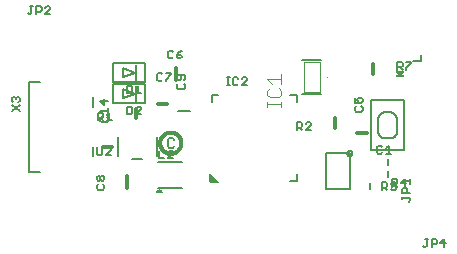
<source format=gbr>
G04 EAGLE Gerber RS-274X export*
G75*
%MOMM*%
%FSLAX34Y34*%
%LPD*%
%INSilkscreen Top*%
%IPPOS*%
%AMOC8*
5,1,8,0,0,1.08239X$1,22.5*%
G01*
%ADD10C,0.304800*%
%ADD11C,0.152400*%
%ADD12R,0.762000X0.127000*%
%ADD13C,0.127000*%
%ADD14C,0.203200*%
%ADD15C,0.010000*%
%ADD16C,0.075000*%
%ADD17C,0.101600*%
%ADD18R,0.200000X1.400000*%

G36*
X161378Y41419D02*
X161378Y41419D01*
X161466Y41428D01*
X161487Y41438D01*
X161511Y41442D01*
X161588Y41488D01*
X161667Y41527D01*
X161684Y41544D01*
X161704Y41557D01*
X161760Y41626D01*
X161821Y41690D01*
X161830Y41712D01*
X161845Y41731D01*
X161874Y41815D01*
X161909Y41897D01*
X161910Y41921D01*
X161917Y41943D01*
X161915Y42032D01*
X161919Y42121D01*
X161911Y42144D01*
X161911Y42168D01*
X161877Y42250D01*
X161850Y42335D01*
X161834Y42356D01*
X161826Y42375D01*
X161792Y42413D01*
X161738Y42485D01*
X155134Y49089D01*
X155061Y49140D01*
X154992Y49196D01*
X154970Y49204D01*
X154950Y49218D01*
X154864Y49240D01*
X154780Y49268D01*
X154756Y49268D01*
X154733Y49274D01*
X154644Y49264D01*
X154555Y49262D01*
X154533Y49253D01*
X154510Y49250D01*
X154430Y49211D01*
X154348Y49177D01*
X154330Y49161D01*
X154309Y49151D01*
X154248Y49086D01*
X154182Y49026D01*
X154171Y49005D01*
X154155Y48988D01*
X154120Y48906D01*
X154079Y48826D01*
X154076Y48800D01*
X154067Y48781D01*
X154065Y48731D01*
X154052Y48641D01*
X154052Y42037D01*
X154063Y41972D01*
X154065Y41906D01*
X154083Y41863D01*
X154091Y41816D01*
X154125Y41759D01*
X154150Y41699D01*
X154181Y41664D01*
X154206Y41623D01*
X154257Y41582D01*
X154301Y41533D01*
X154343Y41511D01*
X154380Y41482D01*
X154442Y41461D01*
X154501Y41430D01*
X154555Y41422D01*
X154592Y41410D01*
X154632Y41411D01*
X154686Y41403D01*
X161290Y41403D01*
X161378Y41419D01*
G37*
G36*
X315399Y131611D02*
X315399Y131611D01*
X315419Y131609D01*
X315520Y131634D01*
X315622Y131653D01*
X315639Y131663D01*
X315658Y131667D01*
X315746Y131723D01*
X315836Y131774D01*
X315853Y131791D01*
X315866Y131799D01*
X315886Y131824D01*
X315954Y131892D01*
X318494Y135067D01*
X318509Y135093D01*
X318530Y135115D01*
X318569Y135200D01*
X318615Y135282D01*
X318621Y135311D01*
X318633Y135338D01*
X318643Y135431D01*
X318661Y135523D01*
X318657Y135553D01*
X318660Y135582D01*
X318640Y135674D01*
X318628Y135767D01*
X318614Y135794D01*
X318608Y135823D01*
X318560Y135903D01*
X318518Y135987D01*
X318497Y136008D01*
X318482Y136034D01*
X318410Y136095D01*
X318344Y136161D01*
X318318Y136174D01*
X318295Y136194D01*
X318208Y136229D01*
X318124Y136271D01*
X318094Y136275D01*
X318067Y136286D01*
X317900Y136304D01*
X312820Y136304D01*
X312791Y136299D01*
X312761Y136302D01*
X312670Y136280D01*
X312577Y136265D01*
X312551Y136251D01*
X312522Y136244D01*
X312443Y136193D01*
X312360Y136149D01*
X312339Y136128D01*
X312314Y136112D01*
X312255Y136039D01*
X312191Y135971D01*
X312178Y135944D01*
X312159Y135921D01*
X312126Y135833D01*
X312087Y135748D01*
X312084Y135718D01*
X312073Y135691D01*
X312070Y135597D01*
X312060Y135504D01*
X312066Y135474D01*
X312065Y135445D01*
X312092Y135355D01*
X312112Y135263D01*
X312127Y135238D01*
X312136Y135209D01*
X312226Y135067D01*
X314766Y131892D01*
X314843Y131823D01*
X314916Y131750D01*
X314934Y131741D01*
X314948Y131728D01*
X315044Y131686D01*
X315136Y131640D01*
X315156Y131638D01*
X315174Y131630D01*
X315277Y131621D01*
X315380Y131607D01*
X315399Y131611D01*
G37*
D10*
X125780Y138830D02*
X125780Y128670D01*
D11*
X123073Y152220D02*
X121972Y153322D01*
X119769Y153322D01*
X118667Y152220D01*
X118667Y147814D01*
X119769Y146712D01*
X121972Y146712D01*
X123073Y147814D01*
X128354Y152220D02*
X130558Y153322D01*
X128354Y152220D02*
X126151Y150017D01*
X126151Y147814D01*
X127253Y146712D01*
X129456Y146712D01*
X130558Y147814D01*
X130558Y148915D01*
X129456Y150017D01*
X126151Y150017D01*
D10*
X118470Y107825D02*
X110470Y107825D01*
D11*
X114263Y133295D02*
X113162Y134397D01*
X110959Y134397D01*
X109857Y133295D01*
X109857Y128889D01*
X110959Y127787D01*
X113162Y127787D01*
X114263Y128889D01*
X117341Y134397D02*
X121748Y134397D01*
X121748Y133295D01*
X117341Y128889D01*
X117341Y127787D01*
D10*
X84490Y46840D02*
X84490Y36680D01*
D11*
X59520Y40053D02*
X58418Y38952D01*
X58418Y36749D01*
X59520Y35647D01*
X63926Y35647D01*
X65028Y36749D01*
X65028Y38952D01*
X63926Y40053D01*
X59520Y43131D02*
X58418Y44233D01*
X58418Y46436D01*
X59520Y47538D01*
X60622Y47538D01*
X61723Y46436D01*
X62825Y47538D01*
X63926Y47538D01*
X65028Y46436D01*
X65028Y44233D01*
X63926Y43131D01*
X62825Y43131D01*
X61723Y44233D01*
X60622Y43131D01*
X59520Y43131D01*
X61723Y44233D02*
X61723Y46436D01*
D12*
X315360Y131733D03*
D11*
X326276Y144823D02*
X332886Y144823D01*
X332886Y149229D01*
D10*
X71679Y71628D02*
X63679Y71628D01*
D11*
X61577Y96015D02*
X62679Y97116D01*
X61577Y96015D02*
X61577Y93812D01*
X62679Y92710D01*
X67085Y92710D01*
X68187Y93812D01*
X68187Y96015D01*
X67085Y97116D01*
X63781Y100194D02*
X61577Y102397D01*
X68187Y102397D01*
X68187Y100194D02*
X68187Y104601D01*
X68187Y110983D02*
X61577Y110983D01*
X64882Y107678D01*
X64882Y112085D01*
D10*
X292100Y133795D02*
X292100Y141795D01*
D11*
X313182Y143897D02*
X313182Y137287D01*
X313182Y143897D02*
X316487Y143897D01*
X317588Y142795D01*
X317588Y140592D01*
X316487Y139490D01*
X313182Y139490D01*
X315385Y139490D02*
X317588Y137287D01*
X320666Y143897D02*
X325073Y143897D01*
X325073Y142795D01*
X320666Y138389D01*
X320666Y137287D01*
D13*
X318800Y111170D02*
X318800Y69170D01*
X290800Y69170D01*
X290800Y111170D01*
X318800Y111170D01*
X302800Y101170D02*
X302648Y101168D01*
X302496Y101162D01*
X302344Y101153D01*
X302193Y101139D01*
X302042Y101122D01*
X301891Y101101D01*
X301741Y101076D01*
X301592Y101047D01*
X301444Y101015D01*
X301296Y100978D01*
X301149Y100939D01*
X301004Y100895D01*
X300859Y100847D01*
X300716Y100797D01*
X300574Y100742D01*
X300434Y100684D01*
X300295Y100622D01*
X300158Y100557D01*
X300022Y100488D01*
X299888Y100416D01*
X299756Y100341D01*
X299626Y100262D01*
X299498Y100180D01*
X299372Y100095D01*
X299249Y100006D01*
X299127Y99915D01*
X299008Y99820D01*
X298892Y99723D01*
X298778Y99622D01*
X298666Y99519D01*
X298557Y99413D01*
X298451Y99304D01*
X298348Y99192D01*
X298247Y99078D01*
X298150Y98962D01*
X298055Y98843D01*
X297964Y98721D01*
X297875Y98598D01*
X297790Y98472D01*
X297708Y98344D01*
X297629Y98214D01*
X297554Y98082D01*
X297482Y97948D01*
X297413Y97812D01*
X297348Y97675D01*
X297286Y97536D01*
X297228Y97396D01*
X297173Y97254D01*
X297123Y97111D01*
X297075Y96966D01*
X297031Y96821D01*
X296992Y96674D01*
X296955Y96526D01*
X296923Y96378D01*
X296894Y96229D01*
X296869Y96079D01*
X296848Y95928D01*
X296831Y95777D01*
X296817Y95626D01*
X296808Y95474D01*
X296802Y95322D01*
X296800Y95170D01*
X302800Y101170D02*
X306800Y101170D01*
X306952Y101168D01*
X307104Y101162D01*
X307256Y101153D01*
X307407Y101139D01*
X307558Y101122D01*
X307709Y101101D01*
X307859Y101076D01*
X308008Y101047D01*
X308156Y101015D01*
X308304Y100978D01*
X308451Y100939D01*
X308596Y100895D01*
X308741Y100847D01*
X308884Y100797D01*
X309026Y100742D01*
X309166Y100684D01*
X309305Y100622D01*
X309442Y100557D01*
X309578Y100488D01*
X309712Y100416D01*
X309844Y100341D01*
X309974Y100262D01*
X310102Y100180D01*
X310228Y100095D01*
X310351Y100006D01*
X310473Y99915D01*
X310592Y99820D01*
X310708Y99723D01*
X310822Y99622D01*
X310934Y99519D01*
X311043Y99413D01*
X311149Y99304D01*
X311252Y99192D01*
X311353Y99078D01*
X311450Y98962D01*
X311545Y98843D01*
X311636Y98721D01*
X311725Y98598D01*
X311810Y98472D01*
X311892Y98344D01*
X311971Y98214D01*
X312046Y98082D01*
X312118Y97948D01*
X312187Y97812D01*
X312252Y97675D01*
X312314Y97536D01*
X312372Y97396D01*
X312427Y97254D01*
X312477Y97111D01*
X312525Y96966D01*
X312569Y96821D01*
X312608Y96674D01*
X312645Y96526D01*
X312677Y96378D01*
X312706Y96229D01*
X312731Y96079D01*
X312752Y95928D01*
X312769Y95777D01*
X312783Y95626D01*
X312792Y95474D01*
X312798Y95322D01*
X312800Y95170D01*
X312800Y85170D01*
X312798Y85018D01*
X312792Y84866D01*
X312783Y84714D01*
X312769Y84563D01*
X312752Y84412D01*
X312731Y84261D01*
X312706Y84111D01*
X312677Y83962D01*
X312645Y83814D01*
X312608Y83666D01*
X312569Y83519D01*
X312525Y83374D01*
X312477Y83229D01*
X312427Y83086D01*
X312372Y82944D01*
X312314Y82804D01*
X312252Y82665D01*
X312187Y82528D01*
X312118Y82392D01*
X312046Y82258D01*
X311971Y82126D01*
X311892Y81996D01*
X311810Y81868D01*
X311725Y81742D01*
X311636Y81619D01*
X311545Y81497D01*
X311450Y81378D01*
X311353Y81262D01*
X311252Y81148D01*
X311149Y81036D01*
X311043Y80927D01*
X310934Y80821D01*
X310822Y80718D01*
X310708Y80617D01*
X310592Y80520D01*
X310473Y80425D01*
X310351Y80334D01*
X310228Y80245D01*
X310102Y80160D01*
X309974Y80078D01*
X309844Y79999D01*
X309712Y79924D01*
X309578Y79852D01*
X309442Y79783D01*
X309305Y79718D01*
X309166Y79656D01*
X309026Y79598D01*
X308884Y79543D01*
X308741Y79493D01*
X308596Y79445D01*
X308451Y79401D01*
X308304Y79362D01*
X308156Y79325D01*
X308008Y79293D01*
X307859Y79264D01*
X307709Y79239D01*
X307558Y79218D01*
X307407Y79201D01*
X307256Y79187D01*
X307104Y79178D01*
X306952Y79172D01*
X306800Y79170D01*
X302800Y79170D01*
X302648Y79172D01*
X302496Y79178D01*
X302344Y79187D01*
X302193Y79201D01*
X302042Y79218D01*
X301891Y79239D01*
X301741Y79264D01*
X301592Y79293D01*
X301444Y79325D01*
X301296Y79362D01*
X301149Y79401D01*
X301004Y79445D01*
X300859Y79493D01*
X300716Y79543D01*
X300574Y79598D01*
X300434Y79656D01*
X300295Y79718D01*
X300158Y79783D01*
X300022Y79852D01*
X299888Y79924D01*
X299756Y79999D01*
X299626Y80078D01*
X299498Y80160D01*
X299372Y80245D01*
X299249Y80334D01*
X299127Y80425D01*
X299008Y80520D01*
X298892Y80617D01*
X298778Y80718D01*
X298666Y80821D01*
X298557Y80927D01*
X298451Y81036D01*
X298348Y81148D01*
X298247Y81262D01*
X298150Y81378D01*
X298055Y81497D01*
X297964Y81619D01*
X297875Y81742D01*
X297790Y81868D01*
X297708Y81996D01*
X297629Y82126D01*
X297554Y82258D01*
X297482Y82392D01*
X297413Y82528D01*
X297348Y82665D01*
X297286Y82804D01*
X297228Y82944D01*
X297173Y83086D01*
X297123Y83229D01*
X297075Y83374D01*
X297031Y83519D01*
X296992Y83666D01*
X296955Y83814D01*
X296923Y83962D01*
X296894Y84111D01*
X296869Y84261D01*
X296848Y84412D01*
X296831Y84563D01*
X296817Y84714D01*
X296808Y84866D01*
X296802Y85018D01*
X296800Y85170D01*
X296800Y95170D01*
X55450Y105900D02*
X55450Y113900D01*
X55450Y71900D02*
X55450Y63900D01*
X10450Y126900D02*
X1450Y126900D01*
X1450Y50900D01*
X10450Y50900D01*
D11*
X-13314Y102474D02*
X-6704Y106880D01*
X-6704Y102474D02*
X-13314Y106880D01*
X-12212Y109958D02*
X-13314Y111059D01*
X-13314Y113263D01*
X-12212Y114364D01*
X-11110Y114364D01*
X-10009Y113263D01*
X-10009Y112161D01*
X-10009Y113263D02*
X-8907Y114364D01*
X-7806Y114364D01*
X-6704Y113263D01*
X-6704Y111059D01*
X-7806Y109958D01*
D14*
X109210Y80390D02*
X109210Y64390D01*
X76210Y64390D02*
X76210Y80390D01*
X88710Y61890D02*
X96710Y61890D01*
D11*
X58724Y66126D02*
X58724Y71634D01*
X58724Y66126D02*
X59825Y65024D01*
X62029Y65024D01*
X63130Y66126D01*
X63130Y71634D01*
X66208Y65024D02*
X70614Y65024D01*
X66208Y65024D02*
X70614Y69430D01*
X70614Y70532D01*
X69513Y71634D01*
X67309Y71634D01*
X66208Y70532D01*
D10*
X279210Y83185D02*
X287210Y83185D01*
D11*
X277108Y105032D02*
X278210Y106133D01*
X277108Y105032D02*
X277108Y102829D01*
X278210Y101727D01*
X282616Y101727D01*
X283718Y102829D01*
X283718Y105032D01*
X282616Y106133D01*
X277108Y109211D02*
X277108Y113618D01*
X277108Y109211D02*
X280413Y109211D01*
X279312Y111414D01*
X279312Y112516D01*
X280413Y113618D01*
X282616Y113618D01*
X283718Y112516D01*
X283718Y110313D01*
X282616Y109211D01*
D10*
X91440Y104330D02*
X91440Y96330D01*
D11*
X59454Y94234D02*
X59454Y100844D01*
X62759Y100844D01*
X63860Y99742D01*
X63860Y97539D01*
X62759Y96437D01*
X59454Y96437D01*
X61657Y96437D02*
X63860Y94234D01*
X66938Y98640D02*
X69141Y100844D01*
X69141Y94234D01*
X66938Y94234D02*
X71344Y94234D01*
D15*
X253565Y130810D02*
X253665Y130810D01*
D13*
X248665Y145010D02*
X232665Y145010D01*
X232665Y116610D02*
X248665Y116610D01*
D16*
X234165Y118110D02*
X234165Y143610D01*
X247265Y143610D01*
X247265Y118110D01*
X234165Y118110D01*
D17*
X214757Y109816D02*
X214757Y105918D01*
X214757Y107867D02*
X203063Y107867D01*
X203063Y105918D02*
X203063Y109816D01*
X203063Y119561D02*
X205012Y121510D01*
X203063Y119561D02*
X203063Y115663D01*
X205012Y113714D01*
X212808Y113714D01*
X214757Y115663D01*
X214757Y119561D01*
X212808Y121510D01*
X206961Y125408D02*
X203063Y129306D01*
X214757Y129306D01*
X214757Y125408D02*
X214757Y133204D01*
D11*
X90725Y134620D02*
X80725Y130620D01*
X80725Y138620D01*
X90725Y134620D01*
D13*
X99225Y126370D02*
X72225Y126370D01*
X72225Y142870D01*
X99225Y142870D01*
X99225Y126370D01*
D18*
X91725Y134620D03*
D11*
X84219Y123704D02*
X84219Y117094D01*
X87524Y117094D01*
X88625Y118196D01*
X88625Y122602D01*
X87524Y123704D01*
X84219Y123704D01*
X91703Y121500D02*
X93906Y123704D01*
X93906Y117094D01*
X91703Y117094D02*
X96109Y117094D01*
X1102Y184150D02*
X0Y185252D01*
X1102Y184150D02*
X2203Y184150D01*
X3305Y185252D01*
X3305Y190760D01*
X4406Y190760D02*
X2203Y190760D01*
X7484Y190760D02*
X7484Y184150D01*
X7484Y190760D02*
X10789Y190760D01*
X11891Y189658D01*
X11891Y187455D01*
X10789Y186353D01*
X7484Y186353D01*
X14968Y184150D02*
X19375Y184150D01*
X19375Y188556D02*
X14968Y184150D01*
X19375Y188556D02*
X19375Y189658D01*
X18273Y190760D01*
X16070Y190760D01*
X14968Y189658D01*
X334672Y-11852D02*
X335773Y-12954D01*
X336875Y-12954D01*
X337976Y-11852D01*
X337976Y-6344D01*
X336875Y-6344D02*
X339078Y-6344D01*
X342156Y-6344D02*
X342156Y-12954D01*
X342156Y-6344D02*
X345461Y-6344D01*
X346562Y-7446D01*
X346562Y-9649D01*
X345461Y-10751D01*
X342156Y-10751D01*
X352945Y-12954D02*
X352945Y-6344D01*
X349640Y-9649D01*
X354046Y-9649D01*
X90725Y116840D02*
X80725Y112840D01*
X80725Y120840D01*
X90725Y116840D01*
D13*
X99225Y108590D02*
X72225Y108590D01*
X72225Y125090D01*
X99225Y125090D01*
X99225Y108590D01*
D18*
X91725Y116840D03*
D11*
X84219Y105924D02*
X84219Y99314D01*
X87524Y99314D01*
X88625Y100416D01*
X88625Y104822D01*
X87524Y105924D01*
X84219Y105924D01*
X91703Y99314D02*
X96109Y99314D01*
X91703Y99314D02*
X96109Y103720D01*
X96109Y104822D01*
X95008Y105924D01*
X92804Y105924D01*
X91703Y104822D01*
X322748Y25400D02*
X323850Y26502D01*
X323850Y27603D01*
X322748Y28705D01*
X317240Y28705D01*
X317240Y29806D02*
X317240Y27603D01*
X317240Y32884D02*
X323850Y32884D01*
X317240Y32884D02*
X317240Y36189D01*
X318342Y37291D01*
X320545Y37291D01*
X321647Y36189D01*
X321647Y32884D01*
X319444Y40368D02*
X317240Y42572D01*
X323850Y42572D01*
X323850Y44775D02*
X323850Y40368D01*
D13*
X130650Y37260D02*
X110650Y37260D01*
X110650Y59260D02*
X130650Y59260D01*
X112650Y33260D02*
X109650Y33260D01*
X112650Y33260D02*
X113650Y33260D01*
X111650Y35260D01*
X109650Y33260D01*
X110650Y33260D01*
X111650Y34260D01*
D11*
X111412Y62022D02*
X111412Y68632D01*
X111412Y62022D02*
X115818Y62022D01*
X118896Y62022D02*
X123303Y62022D01*
X123303Y66428D02*
X118896Y62022D01*
X123303Y66428D02*
X123303Y67530D01*
X122201Y68632D01*
X119998Y68632D01*
X118896Y67530D01*
D13*
X272890Y66435D02*
X272890Y36435D01*
X252890Y36435D01*
X252890Y66435D01*
X272890Y66435D01*
X270654Y66435D02*
X270656Y66529D01*
X270662Y66623D01*
X270672Y66717D01*
X270686Y66810D01*
X270704Y66903D01*
X270725Y66995D01*
X270751Y67085D01*
X270780Y67175D01*
X270813Y67263D01*
X270850Y67350D01*
X270890Y67435D01*
X270934Y67519D01*
X270982Y67600D01*
X271032Y67680D01*
X271087Y67757D01*
X271144Y67832D01*
X271204Y67904D01*
X271268Y67974D01*
X271334Y68041D01*
X271403Y68105D01*
X271475Y68166D01*
X271549Y68224D01*
X271626Y68279D01*
X271705Y68331D01*
X271786Y68379D01*
X271869Y68424D01*
X271953Y68465D01*
X272040Y68503D01*
X272128Y68537D01*
X272217Y68567D01*
X272307Y68594D01*
X272399Y68616D01*
X272491Y68635D01*
X272585Y68650D01*
X272678Y68661D01*
X272772Y68668D01*
X272866Y68671D01*
X272961Y68670D01*
X273055Y68665D01*
X273149Y68656D01*
X273242Y68643D01*
X273335Y68626D01*
X273427Y68606D01*
X273518Y68581D01*
X273608Y68553D01*
X273696Y68521D01*
X273784Y68485D01*
X273869Y68445D01*
X273953Y68402D01*
X274035Y68356D01*
X274115Y68306D01*
X274193Y68252D01*
X274268Y68196D01*
X274341Y68136D01*
X274412Y68073D01*
X274479Y68008D01*
X274544Y67939D01*
X274606Y67868D01*
X274665Y67795D01*
X274721Y67719D01*
X274773Y67640D01*
X274822Y67560D01*
X274868Y67477D01*
X274910Y67393D01*
X274949Y67307D01*
X274984Y67219D01*
X275015Y67130D01*
X275043Y67040D01*
X275066Y66949D01*
X275086Y66857D01*
X275102Y66764D01*
X275114Y66670D01*
X275122Y66576D01*
X275126Y66482D01*
X275126Y66388D01*
X275122Y66294D01*
X275114Y66200D01*
X275102Y66106D01*
X275086Y66013D01*
X275066Y65921D01*
X275043Y65830D01*
X275015Y65740D01*
X274984Y65651D01*
X274949Y65563D01*
X274910Y65477D01*
X274868Y65393D01*
X274822Y65310D01*
X274773Y65230D01*
X274721Y65151D01*
X274665Y65075D01*
X274606Y65002D01*
X274544Y64931D01*
X274479Y64862D01*
X274412Y64797D01*
X274341Y64734D01*
X274268Y64674D01*
X274193Y64618D01*
X274115Y64564D01*
X274035Y64514D01*
X273953Y64468D01*
X273869Y64425D01*
X273784Y64385D01*
X273696Y64349D01*
X273608Y64317D01*
X273518Y64289D01*
X273427Y64264D01*
X273335Y64244D01*
X273242Y64227D01*
X273149Y64214D01*
X273055Y64205D01*
X272961Y64200D01*
X272866Y64199D01*
X272772Y64202D01*
X272678Y64209D01*
X272585Y64220D01*
X272491Y64235D01*
X272399Y64254D01*
X272307Y64276D01*
X272217Y64303D01*
X272128Y64333D01*
X272040Y64367D01*
X271953Y64405D01*
X271869Y64446D01*
X271786Y64491D01*
X271705Y64539D01*
X271626Y64591D01*
X271549Y64646D01*
X271475Y64704D01*
X271403Y64765D01*
X271334Y64829D01*
X271268Y64896D01*
X271204Y64966D01*
X271144Y65038D01*
X271087Y65113D01*
X271032Y65190D01*
X270982Y65270D01*
X270934Y65351D01*
X270890Y65435D01*
X270850Y65520D01*
X270813Y65607D01*
X270780Y65695D01*
X270751Y65785D01*
X270725Y65875D01*
X270704Y65967D01*
X270686Y66060D01*
X270672Y66153D01*
X270662Y66247D01*
X270656Y66341D01*
X270654Y66435D01*
D10*
X260350Y88075D02*
X260350Y96075D01*
D11*
X228364Y92589D02*
X228364Y85979D01*
X228364Y92589D02*
X231669Y92589D01*
X232770Y91487D01*
X232770Y89284D01*
X231669Y88182D01*
X228364Y88182D01*
X230567Y88182D02*
X232770Y85979D01*
X235848Y85979D02*
X240254Y85979D01*
X235848Y85979D02*
X240254Y90385D01*
X240254Y91487D01*
X239153Y92589D01*
X236949Y92589D01*
X235848Y91487D01*
D13*
X161270Y115375D02*
X155770Y115375D01*
X155770Y109875D01*
X222270Y115375D02*
X227770Y115375D01*
X227770Y109875D01*
X227770Y48875D02*
X227770Y43375D01*
X222270Y43375D01*
D11*
X171235Y124137D02*
X169032Y124137D01*
X170134Y124137D02*
X170134Y130747D01*
X171235Y130747D02*
X169032Y130747D01*
X177326Y130747D02*
X178428Y129645D01*
X177326Y130747D02*
X175123Y130747D01*
X174021Y129645D01*
X174021Y125239D01*
X175123Y124137D01*
X177326Y124137D01*
X178428Y125239D01*
X181506Y124137D02*
X185912Y124137D01*
X181506Y124137D02*
X185912Y128543D01*
X185912Y129645D01*
X184810Y130747D01*
X182607Y130747D01*
X181506Y129645D01*
D14*
X137795Y102235D02*
X127635Y102235D01*
D11*
X126613Y124082D02*
X127715Y125183D01*
X126613Y124082D02*
X126613Y121879D01*
X127715Y120777D01*
X132121Y120777D01*
X133223Y121879D01*
X133223Y124082D01*
X132121Y125183D01*
X132121Y128261D02*
X133223Y129363D01*
X133223Y131566D01*
X132121Y132668D01*
X127715Y132668D01*
X126613Y131566D01*
X126613Y129363D01*
X127715Y128261D01*
X128817Y128261D01*
X129918Y129363D01*
X129918Y132668D01*
D14*
X290195Y41275D02*
X290195Y36195D01*
D11*
X308737Y38227D02*
X308737Y44837D01*
X312042Y44837D01*
X313143Y43735D01*
X313143Y41532D01*
X312042Y40430D01*
X308737Y40430D01*
X310940Y40430D02*
X313143Y38227D01*
X319526Y38227D02*
X319526Y44837D01*
X316221Y41532D01*
X320628Y41532D01*
D10*
X112305Y74930D02*
X112308Y75150D01*
X112316Y75371D01*
X112329Y75591D01*
X112348Y75810D01*
X112373Y76029D01*
X112402Y76248D01*
X112437Y76465D01*
X112478Y76682D01*
X112523Y76898D01*
X112574Y77112D01*
X112630Y77325D01*
X112692Y77537D01*
X112758Y77747D01*
X112830Y77955D01*
X112907Y78162D01*
X112989Y78366D01*
X113075Y78569D01*
X113167Y78769D01*
X113264Y78968D01*
X113365Y79163D01*
X113472Y79356D01*
X113583Y79547D01*
X113698Y79734D01*
X113818Y79919D01*
X113943Y80101D01*
X114072Y80279D01*
X114206Y80455D01*
X114343Y80627D01*
X114485Y80795D01*
X114631Y80961D01*
X114781Y81122D01*
X114935Y81280D01*
X115093Y81434D01*
X115254Y81584D01*
X115420Y81730D01*
X115588Y81872D01*
X115760Y82009D01*
X115936Y82143D01*
X116114Y82272D01*
X116296Y82397D01*
X116481Y82517D01*
X116668Y82632D01*
X116859Y82743D01*
X117052Y82850D01*
X117247Y82951D01*
X117446Y83048D01*
X117646Y83140D01*
X117849Y83226D01*
X118053Y83308D01*
X118260Y83385D01*
X118468Y83457D01*
X118678Y83523D01*
X118890Y83585D01*
X119103Y83641D01*
X119317Y83692D01*
X119533Y83737D01*
X119750Y83778D01*
X119967Y83813D01*
X120186Y83842D01*
X120405Y83867D01*
X120624Y83886D01*
X120844Y83899D01*
X121065Y83907D01*
X121285Y83910D01*
X121505Y83907D01*
X121726Y83899D01*
X121946Y83886D01*
X122165Y83867D01*
X122384Y83842D01*
X122603Y83813D01*
X122820Y83778D01*
X123037Y83737D01*
X123253Y83692D01*
X123467Y83641D01*
X123680Y83585D01*
X123892Y83523D01*
X124102Y83457D01*
X124310Y83385D01*
X124517Y83308D01*
X124721Y83226D01*
X124924Y83140D01*
X125124Y83048D01*
X125323Y82951D01*
X125518Y82850D01*
X125711Y82743D01*
X125902Y82632D01*
X126089Y82517D01*
X126274Y82397D01*
X126456Y82272D01*
X126634Y82143D01*
X126810Y82009D01*
X126982Y81872D01*
X127150Y81730D01*
X127316Y81584D01*
X127477Y81434D01*
X127635Y81280D01*
X127789Y81122D01*
X127939Y80961D01*
X128085Y80795D01*
X128227Y80627D01*
X128364Y80455D01*
X128498Y80279D01*
X128627Y80101D01*
X128752Y79919D01*
X128872Y79734D01*
X128987Y79547D01*
X129098Y79356D01*
X129205Y79163D01*
X129306Y78968D01*
X129403Y78769D01*
X129495Y78569D01*
X129581Y78366D01*
X129663Y78162D01*
X129740Y77955D01*
X129812Y77747D01*
X129878Y77537D01*
X129940Y77325D01*
X129996Y77112D01*
X130047Y76898D01*
X130092Y76682D01*
X130133Y76465D01*
X130168Y76248D01*
X130197Y76029D01*
X130222Y75810D01*
X130241Y75591D01*
X130254Y75371D01*
X130262Y75150D01*
X130265Y74930D01*
X130262Y74710D01*
X130254Y74489D01*
X130241Y74269D01*
X130222Y74050D01*
X130197Y73831D01*
X130168Y73612D01*
X130133Y73395D01*
X130092Y73178D01*
X130047Y72962D01*
X129996Y72748D01*
X129940Y72535D01*
X129878Y72323D01*
X129812Y72113D01*
X129740Y71905D01*
X129663Y71698D01*
X129581Y71494D01*
X129495Y71291D01*
X129403Y71091D01*
X129306Y70892D01*
X129205Y70697D01*
X129098Y70504D01*
X128987Y70313D01*
X128872Y70126D01*
X128752Y69941D01*
X128627Y69759D01*
X128498Y69581D01*
X128364Y69405D01*
X128227Y69233D01*
X128085Y69065D01*
X127939Y68899D01*
X127789Y68738D01*
X127635Y68580D01*
X127477Y68426D01*
X127316Y68276D01*
X127150Y68130D01*
X126982Y67988D01*
X126810Y67851D01*
X126634Y67717D01*
X126456Y67588D01*
X126274Y67463D01*
X126089Y67343D01*
X125902Y67228D01*
X125711Y67117D01*
X125518Y67010D01*
X125323Y66909D01*
X125124Y66812D01*
X124924Y66720D01*
X124721Y66634D01*
X124517Y66552D01*
X124310Y66475D01*
X124102Y66403D01*
X123892Y66337D01*
X123680Y66275D01*
X123467Y66219D01*
X123253Y66168D01*
X123037Y66123D01*
X122820Y66082D01*
X122603Y66047D01*
X122384Y66018D01*
X122165Y65993D01*
X121946Y65974D01*
X121726Y65961D01*
X121505Y65953D01*
X121285Y65950D01*
X121065Y65953D01*
X120844Y65961D01*
X120624Y65974D01*
X120405Y65993D01*
X120186Y66018D01*
X119967Y66047D01*
X119750Y66082D01*
X119533Y66123D01*
X119317Y66168D01*
X119103Y66219D01*
X118890Y66275D01*
X118678Y66337D01*
X118468Y66403D01*
X118260Y66475D01*
X118053Y66552D01*
X117849Y66634D01*
X117646Y66720D01*
X117446Y66812D01*
X117247Y66909D01*
X117052Y67010D01*
X116859Y67117D01*
X116668Y67228D01*
X116481Y67343D01*
X116296Y67463D01*
X116114Y67588D01*
X115936Y67717D01*
X115760Y67851D01*
X115588Y67988D01*
X115420Y68130D01*
X115254Y68276D01*
X115093Y68426D01*
X114935Y68580D01*
X114781Y68738D01*
X114631Y68899D01*
X114485Y69065D01*
X114343Y69233D01*
X114206Y69405D01*
X114072Y69581D01*
X113943Y69759D01*
X113818Y69941D01*
X113698Y70126D01*
X113583Y70313D01*
X113472Y70504D01*
X113365Y70697D01*
X113264Y70892D01*
X113167Y71091D01*
X113075Y71291D01*
X112989Y71494D01*
X112907Y71698D01*
X112830Y71905D01*
X112758Y72113D01*
X112692Y72323D01*
X112630Y72535D01*
X112574Y72748D01*
X112523Y72962D01*
X112478Y73178D01*
X112437Y73395D01*
X112402Y73612D01*
X112373Y73831D01*
X112348Y74050D01*
X112329Y74269D01*
X112316Y74489D01*
X112308Y74710D01*
X112305Y74930D01*
D14*
X122812Y79001D02*
X124168Y77645D01*
X122812Y79001D02*
X120101Y79001D01*
X118745Y77645D01*
X118745Y72222D01*
X120101Y70866D01*
X122812Y70866D01*
X124168Y72222D01*
X304800Y51435D02*
X304800Y46355D01*
D11*
X300119Y41789D02*
X300119Y35179D01*
X300119Y41789D02*
X303424Y41789D01*
X304525Y40687D01*
X304525Y38484D01*
X303424Y37382D01*
X300119Y37382D01*
X302322Y37382D02*
X304525Y35179D01*
X307603Y40687D02*
X308704Y41789D01*
X310908Y41789D01*
X312009Y40687D01*
X312009Y39585D01*
X310908Y38484D01*
X309806Y38484D01*
X310908Y38484D02*
X312009Y37382D01*
X312009Y36281D01*
X310908Y35179D01*
X308704Y35179D01*
X307603Y36281D01*
D14*
X304800Y56515D02*
X304800Y61595D01*
D11*
X300443Y71675D02*
X299342Y72777D01*
X297139Y72777D01*
X296037Y71675D01*
X296037Y67269D01*
X297139Y66167D01*
X299342Y66167D01*
X300443Y67269D01*
X303521Y70573D02*
X305724Y72777D01*
X305724Y66167D01*
X303521Y66167D02*
X307928Y66167D01*
M02*

</source>
